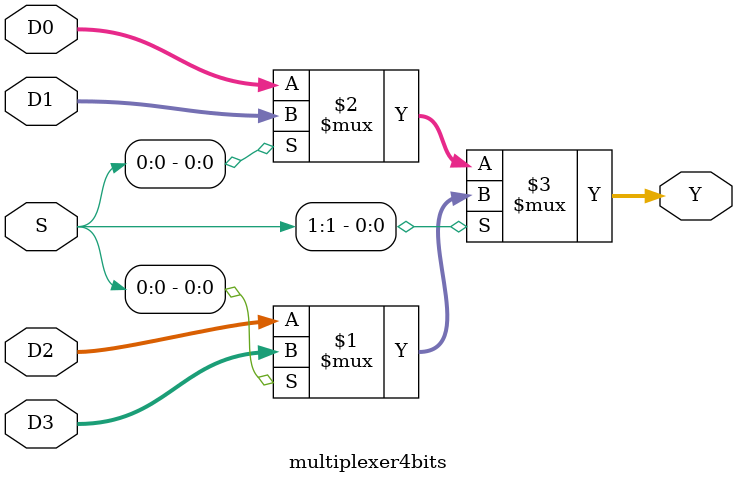
<source format=v>
module multiplexer4bits(
	input [3:0] D0,
	input [3:0] D1,
	input [3:0] D2,
	input [3:0] D3,
	input [1:0] S,
	output [3:0] Y
	);
	
	
assign Y = S[1] ? (S[0] ? D3: D2) : (S[0] ? D1 : D0);
	
endmodule
</source>
